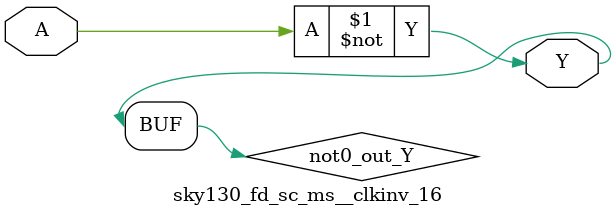
<source format=v>
/*
 * Copyright 2020 The SkyWater PDK Authors
 *
 * Licensed under the Apache License, Version 2.0 (the "License");
 * you may not use this file except in compliance with the License.
 * You may obtain a copy of the License at
 *
 *     https://www.apache.org/licenses/LICENSE-2.0
 *
 * Unless required by applicable law or agreed to in writing, software
 * distributed under the License is distributed on an "AS IS" BASIS,
 * WITHOUT WARRANTIES OR CONDITIONS OF ANY KIND, either express or implied.
 * See the License for the specific language governing permissions and
 * limitations under the License.
 *
 * SPDX-License-Identifier: Apache-2.0
*/


`ifndef SKY130_FD_SC_MS__CLKINV_16_FUNCTIONAL_V
`define SKY130_FD_SC_MS__CLKINV_16_FUNCTIONAL_V

/**
 * clkinv: Clock tree inverter.
 *
 * Verilog simulation functional model.
 */

`timescale 1ns / 1ps
`default_nettype none

`celldefine
module sky130_fd_sc_ms__clkinv_16 (
    Y,
    A
);

    // Module ports
    output Y;
    input  A;

    // Local signals
    wire not0_out_Y;

    //  Name  Output      Other arguments
    not not0 (not0_out_Y, A              );
    buf buf0 (Y         , not0_out_Y     );

endmodule
`endcelldefine

`default_nettype wire
`endif  // SKY130_FD_SC_MS__CLKINV_16_FUNCTIONAL_V

</source>
